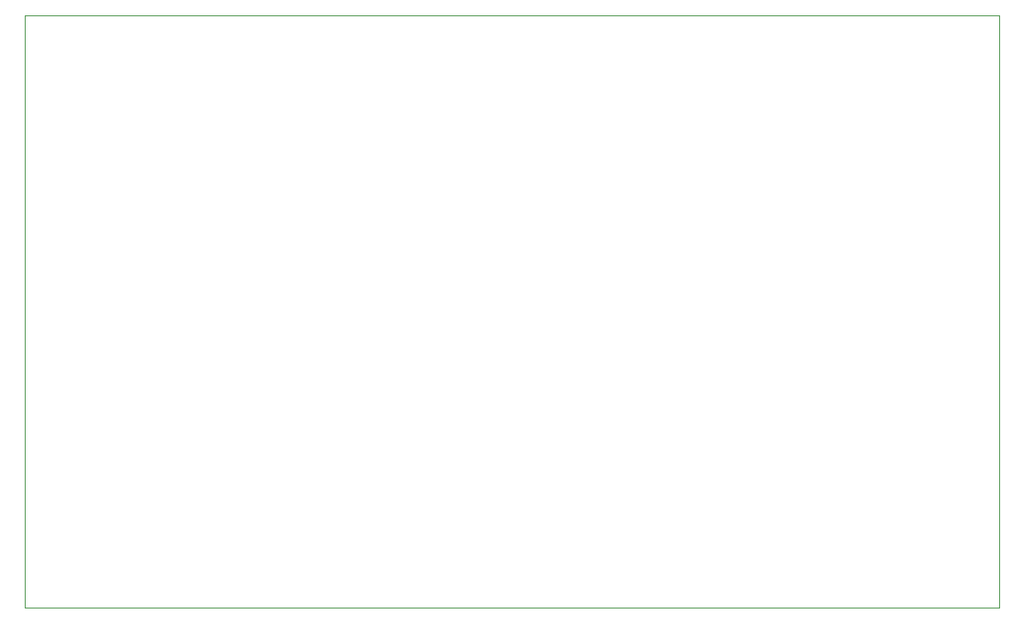
<source format=gm1>
G04 #@! TF.GenerationSoftware,KiCad,Pcbnew,7.0.10*
G04 #@! TF.CreationDate,2024-03-26T02:27:44-05:00*
G04 #@! TF.ProjectId,JargonJolt,4a617267-6f6e-44a6-9f6c-742e6b696361,rev?*
G04 #@! TF.SameCoordinates,Original*
G04 #@! TF.FileFunction,Profile,NP*
%FSLAX46Y46*%
G04 Gerber Fmt 4.6, Leading zero omitted, Abs format (unit mm)*
G04 Created by KiCad (PCBNEW 7.0.10) date 2024-03-26 02:27:44*
%MOMM*%
%LPD*%
G01*
G04 APERTURE LIST*
G04 #@! TA.AperFunction,Profile*
%ADD10C,0.100000*%
G04 #@! TD*
G04 APERTURE END LIST*
D10*
X208280000Y-114554000D02*
X111760000Y-114554000D01*
X208280000Y-55880000D02*
X208280000Y-114554000D01*
X111760000Y-114554000D02*
X111760000Y-55880000D01*
X111760000Y-55880000D02*
X208280000Y-55880000D01*
M02*

</source>
